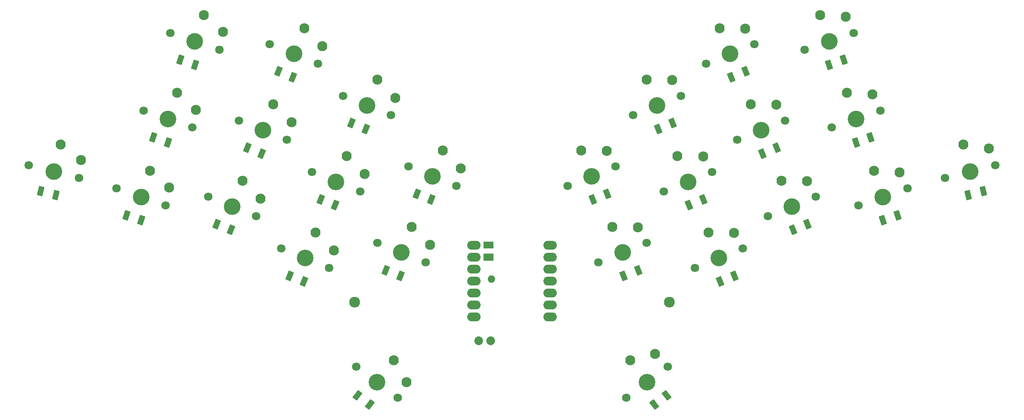
<source format=gbr>
%TF.GenerationSoftware,KiCad,Pcbnew,8.0.9-1.fc41*%
%TF.CreationDate,2025-04-15T07:09:34+10:00*%
%TF.ProjectId,'akohekohe,27616b6f-6865-46b6-9f68-652e6b696361,0.1*%
%TF.SameCoordinates,Original*%
%TF.FileFunction,Soldermask,Top*%
%TF.FilePolarity,Negative*%
%FSLAX46Y46*%
G04 Gerber Fmt 4.6, Leading zero omitted, Abs format (unit mm)*
G04 Created by KiCad (PCBNEW 8.0.9-1.fc41) date 2025-04-15 07:09:34*
%MOMM*%
%LPD*%
G01*
G04 APERTURE LIST*
G04 Aperture macros list*
%AMRoundRect*
0 Rectangle with rounded corners*
0 $1 Rounding radius*
0 $2 $3 $4 $5 $6 $7 $8 $9 X,Y pos of 4 corners*
0 Add a 4 corners polygon primitive as box body*
4,1,4,$2,$3,$4,$5,$6,$7,$8,$9,$2,$3,0*
0 Add four circle primitives for the rounded corners*
1,1,$1+$1,$2,$3*
1,1,$1+$1,$4,$5*
1,1,$1+$1,$6,$7*
1,1,$1+$1,$8,$9*
0 Add four rect primitives between the rounded corners*
20,1,$1+$1,$2,$3,$4,$5,0*
20,1,$1+$1,$4,$5,$6,$7,0*
20,1,$1+$1,$6,$7,$8,$9,0*
20,1,$1+$1,$8,$9,$2,$3,0*%
G04 Aperture macros list end*
%ADD10C,0.100000*%
%ADD11C,1.801800*%
%ADD12RoundRect,0.050000X0.154075X1.086858X-0.865827X0.674791X-0.154075X-1.086858X0.865827X-0.674791X0*%
%ADD13C,3.529000*%
%ADD14C,2.132000*%
%ADD15C,2.300000*%
%ADD16O,2.850000X1.900000*%
%ADD17RoundRect,0.050000X0.303837X1.054838X-0.763488X0.788724X-0.303837X-1.054838X0.763488X-0.788724X0*%
%ADD18RoundRect,0.050000X0.210745X1.077305X-0.829325X0.719180X-0.210745X-1.077305X0.829325X-0.719180X0*%
%ADD19C,1.852600*%
%ADD20RoundRect,0.050000X0.865827X0.674791X-0.154075X1.086858X-0.865827X-0.674791X0.154075X-1.086858X0*%
%ADD21RoundRect,0.050000X0.829325X0.719180X-0.210745X1.077305X-0.829325X-0.719180X0.210745X-1.077305X0*%
%ADD22RoundRect,0.050000X-0.132475X1.089702X-1.010974X0.427705X0.132475X-1.089702X1.010974X-0.427705X0*%
%ADD23O,1.600000X1.600000*%
%ADD24RoundRect,0.050000X1.010974X0.427705X0.132475X1.089702X-1.010974X-0.427705X-0.132475X-1.089702X0*%
%ADD25RoundRect,0.050000X0.763488X0.788724X-0.303837X1.054838X-0.763488X-0.788724X0.303837X-1.054838X0*%
G04 APERTURE END LIST*
D10*
%TO.C,BT1*%
X170299936Y-121700729D02*
X170299936Y-123100731D01*
X168299939Y-123100731D01*
X168299941Y-121700712D01*
X170299936Y-121700729D01*
G36*
X170299936Y-121700729D02*
G01*
X170299936Y-123100731D01*
X168299939Y-123100731D01*
X168299941Y-121700712D01*
X170299936Y-121700729D01*
G37*
X170299937Y-120499276D02*
X168299938Y-120499277D01*
X168299938Y-119099278D01*
X170299938Y-119099278D01*
X170299937Y-120499276D01*
G36*
X170299937Y-120499276D02*
G01*
X168299938Y-120499277D01*
X168299938Y-119099278D01*
X170299938Y-119099278D01*
X170299937Y-120499276D01*
G37*
%TD*%
D11*
%TO.C,SW22*%
X206573919Y-108473645D03*
D12*
X211904216Y-111389149D03*
D13*
X211673418Y-106413295D03*
D14*
X209463271Y-100942926D03*
D11*
X216772917Y-104352945D03*
D14*
X214885822Y-101016954D03*
D12*
X214963927Y-110152949D03*
%TD*%
D11*
%TO.C,SW23*%
X222087878Y-97486976D03*
D12*
X227418175Y-100402480D03*
D13*
X227187377Y-95426626D03*
D14*
X224977230Y-89956257D03*
D11*
X232286876Y-93366276D03*
D14*
X230399781Y-90030285D03*
D12*
X230477886Y-99166280D03*
%TD*%
D15*
%TO.C,PAD1*%
X140933522Y-132006700D03*
%TD*%
D11*
%TO.C,SW27*%
X215530681Y-81258670D03*
D12*
X220860978Y-84174174D03*
D13*
X220630180Y-79198320D03*
D14*
X218420033Y-73727951D03*
D11*
X225729679Y-77137970D03*
D14*
X223842584Y-73801979D03*
D12*
X223920689Y-82937974D03*
%TD*%
D16*
%TO.C,U1*%
X166231543Y-119860642D03*
X166231507Y-122400657D03*
X166231516Y-124940672D03*
X166231527Y-127480647D03*
X166231539Y-130020650D03*
X166231524Y-132560655D03*
X166231504Y-135100635D03*
X182421497Y-135100674D03*
X182421533Y-132560659D03*
X182421524Y-130020644D03*
X182421513Y-127480669D03*
X182421501Y-124940666D03*
X182421516Y-122400661D03*
X182421536Y-119860681D03*
%TD*%
D11*
%TO.C,SW20*%
X266249103Y-105572171D03*
D17*
X271121746Y-109201125D03*
D13*
X271585715Y-104241587D03*
D14*
X270158401Y-98516861D03*
D11*
X276922327Y-102911003D03*
D14*
X275517881Y-99344833D03*
D17*
X274323743Y-108402797D03*
%TD*%
D11*
%TO.C,SW24*%
X242147292Y-94857162D03*
D18*
X247317706Y-98047643D03*
D13*
X247347638Y-93066534D03*
D14*
X245426812Y-87487989D03*
D11*
X252547984Y-91275906D03*
D14*
X250838058Y-87845703D03*
D18*
X250437926Y-96973283D03*
%TD*%
D15*
%TO.C,PAD1*%
X140933522Y-132006700D03*
%TD*%
D19*
%TO.C,D9*%
X167240000Y-140237000D03*
X169780000Y-140237000D03*
%TD*%
D11*
%TO.C,SW11*%
X109814173Y-109592053D03*
D20*
X111623161Y-115392032D03*
D13*
X114913678Y-111652390D03*
D14*
X117123867Y-106182039D03*
D11*
X120013183Y-113712727D03*
D14*
X120973105Y-110002103D03*
D20*
X114682903Y-116628275D03*
%TD*%
D11*
%TO.C,SW12*%
X125328221Y-120578702D03*
D20*
X127137209Y-126378681D03*
D13*
X130427726Y-122639039D03*
D14*
X132637915Y-117168688D03*
D11*
X135527231Y-124699376D03*
D14*
X136487153Y-120988752D03*
D20*
X130196951Y-127614924D03*
%TD*%
D11*
%TO.C,SW3*%
X138439454Y-88127220D03*
D20*
X140248442Y-93927199D03*
D13*
X143538959Y-90187557D03*
D14*
X145749148Y-84717206D03*
D11*
X148638464Y-92247894D03*
D14*
X149598386Y-88537270D03*
D20*
X143308184Y-95163442D03*
%TD*%
D11*
%TO.C,SW28*%
X236464747Y-78323672D03*
D18*
X241635161Y-81514153D03*
D13*
X241665093Y-76533044D03*
D14*
X239744267Y-70954499D03*
D11*
X246865439Y-74742416D03*
D14*
X245155513Y-71312213D03*
D18*
X244755381Y-80439793D03*
%TD*%
D11*
%TO.C,SW18*%
X228643468Y-113712732D03*
D12*
X233973765Y-116628236D03*
D13*
X233742967Y-111652382D03*
D14*
X231532820Y-106182013D03*
D11*
X238842466Y-109592032D03*
D14*
X236955371Y-106256041D03*
D12*
X237033476Y-115392036D03*
%TD*%
D11*
%TO.C,SW19*%
X247851426Y-111409963D03*
D18*
X253021840Y-114600444D03*
D13*
X253051772Y-109619335D03*
D14*
X251130946Y-104040790D03*
D11*
X258252118Y-107828707D03*
D14*
X256542192Y-104398504D03*
D18*
X256142060Y-113526084D03*
%TD*%
D11*
%TO.C,S26*%
X198570986Y-152366188D03*
D13*
X202963481Y-149056205D03*
D11*
X207355976Y-145746222D03*
D14*
X204669761Y-143012315D03*
X199412772Y-144344255D03*
%TD*%
D11*
%TO.C,SW5*%
X96102036Y-91282088D03*
D21*
X98212122Y-96979456D03*
D13*
X101302404Y-93072716D03*
D14*
X103223265Y-87494194D03*
D11*
X106502772Y-94863344D03*
D14*
X107267156Y-91107565D03*
D21*
X101332364Y-98053862D03*
%TD*%
D11*
%TO.C,SW15*%
X198570987Y-152366186D03*
D22*
X204474230Y-153802785D03*
D13*
X202963481Y-149056205D03*
D14*
X199412814Y-144344272D03*
D11*
X207355975Y-145746224D03*
D14*
X204669746Y-143012303D03*
D22*
X207109776Y-151816784D03*
%TD*%
D23*
%TO.C,*%
X169985514Y-127059596D03*
%TD*%
D11*
%TO.C,SW6*%
X116369837Y-93366283D03*
D20*
X118178825Y-99166262D03*
D13*
X121469342Y-95426620D03*
D14*
X123679531Y-89956269D03*
D11*
X126568847Y-97486957D03*
D14*
X127528769Y-93776333D03*
D20*
X121238567Y-100402505D03*
%TD*%
D11*
%TO.C,SW14*%
X141300756Y-145746221D03*
D24*
X141546964Y-151816764D03*
D13*
X145693250Y-149056205D03*
D14*
X149243954Y-144344298D03*
D11*
X150085744Y-152366189D03*
D14*
X151973332Y-149030447D03*
D24*
X144182483Y-153802799D03*
%TD*%
D11*
%TO.C,SW1*%
X101799483Y-74735517D03*
D21*
X103909569Y-80432885D03*
D13*
X106999851Y-76526145D03*
D14*
X108920712Y-70947623D03*
D11*
X112200219Y-78316773D03*
D14*
X112964603Y-74560994D03*
D21*
X107029811Y-81507291D03*
%TD*%
D15*
%TO.C,PAD1*%
X207723209Y-132006700D03*
%TD*%
D11*
%TO.C,SW21*%
X192698827Y-123516724D03*
D12*
X198029124Y-126432228D03*
D13*
X197798326Y-121456374D03*
D14*
X195588179Y-115986005D03*
D11*
X202897825Y-119396024D03*
D14*
X201010730Y-116060033D03*
D12*
X201088835Y-125196028D03*
%TD*%
D11*
%TO.C,SW25*%
X186139761Y-107288951D03*
D12*
X191470058Y-110204455D03*
D13*
X191239260Y-105228601D03*
D14*
X189029113Y-99758232D03*
D11*
X196338759Y-103168251D03*
D14*
X194451664Y-99832260D03*
D12*
X194529769Y-108968255D03*
%TD*%
D11*
%TO.C,SW9*%
X71734396Y-102911011D03*
D25*
X74332984Y-108402788D03*
D13*
X77071016Y-104241587D03*
D14*
X78498372Y-98516878D03*
D11*
X82407636Y-105572163D03*
D14*
X82841797Y-101764056D03*
D25*
X77534978Y-109201153D03*
%TD*%
D11*
%TO.C,SW2*%
X122925455Y-77140586D03*
D20*
X124734443Y-82940565D03*
D13*
X128024960Y-79200923D03*
D14*
X130235149Y-73730572D03*
D11*
X133124465Y-81261260D03*
D14*
X134084387Y-77550636D03*
D20*
X127794185Y-84176808D03*
%TD*%
D11*
%TO.C,SW17*%
X213129506Y-124699364D03*
D12*
X218459803Y-127614868D03*
D13*
X218229005Y-122639014D03*
D14*
X216018858Y-117168645D03*
D11*
X223328504Y-120578664D03*
D14*
X221441409Y-117242673D03*
D12*
X221519514Y-126378668D03*
%TD*%
D11*
%TO.C,SW26*%
X200024702Y-92252071D03*
D12*
X205354999Y-95167575D03*
D13*
X205124201Y-90191721D03*
D14*
X202914054Y-84721352D03*
D11*
X210223700Y-88131371D03*
D14*
X208336605Y-84795380D03*
D12*
X208414710Y-93931375D03*
%TD*%
D11*
%TO.C,SW10*%
X90404573Y-107828685D03*
D21*
X92514659Y-113526053D03*
D13*
X95604941Y-109619313D03*
D14*
X97525802Y-104040791D03*
D11*
X100805309Y-111409941D03*
D14*
X101569693Y-107654162D03*
D21*
X95634901Y-114600459D03*
%TD*%
D11*
%TO.C,SW4*%
X152314546Y-103170344D03*
D20*
X154123534Y-108970323D03*
D13*
X157414051Y-105230681D03*
D14*
X159624240Y-99760330D03*
D11*
X162513556Y-107291018D03*
D14*
X163473478Y-103580394D03*
D20*
X157183276Y-110206566D03*
%TD*%
D11*
%TO.C,SW7*%
X131883803Y-104352965D03*
D20*
X133692791Y-110152944D03*
D13*
X136983308Y-106413302D03*
D14*
X139193497Y-100942951D03*
D11*
X142082813Y-108473639D03*
D14*
X143042735Y-104763015D03*
D20*
X136752533Y-111389187D03*
%TD*%
D11*
%TO.C,S25*%
X141300755Y-145746222D03*
D13*
X145693250Y-149056205D03*
D11*
X150085745Y-152366188D03*
D14*
X151973325Y-149030465D03*
X149243959Y-144344255D03*
%TD*%
D11*
%TO.C,SW8*%
X145758922Y-119396066D03*
D20*
X147567910Y-125196045D03*
D13*
X150858427Y-121456403D03*
D14*
X153068616Y-115986052D03*
D11*
X155957932Y-123516740D03*
D14*
X156917854Y-119806116D03*
D20*
X150627652Y-126432288D03*
%TD*%
M02*

</source>
